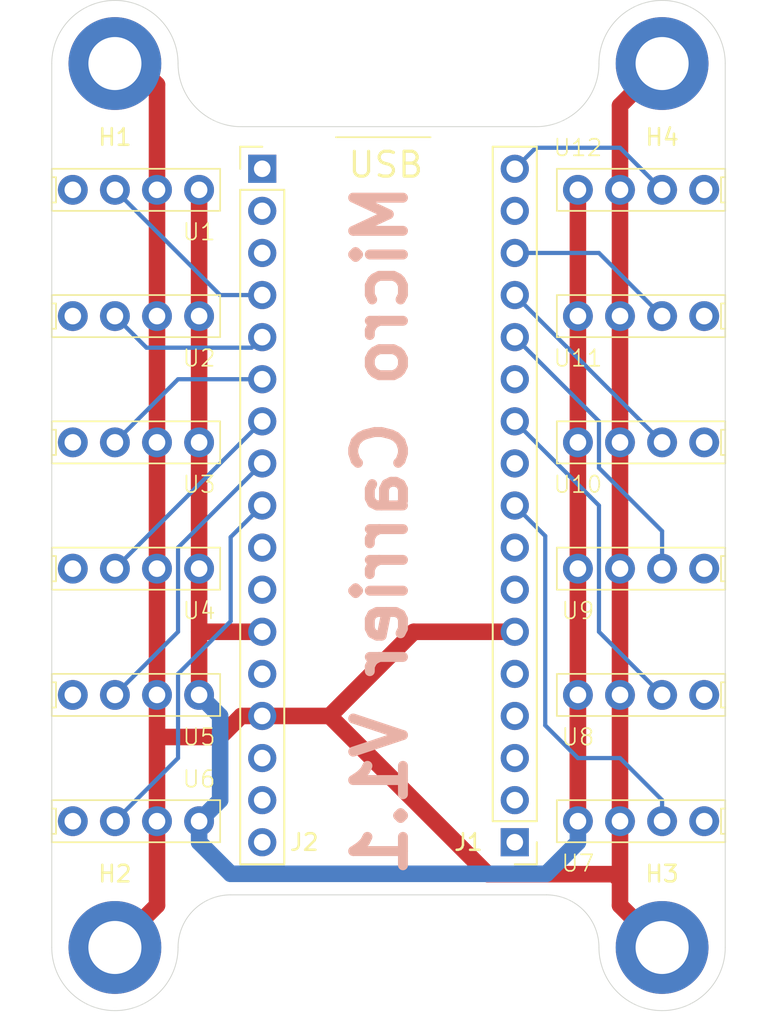
<source format=kicad_pcb>
(kicad_pcb (version 20240108) (generator "pcbnew") (generator_version "8.0")
  (layers (0 "F.Cu" signal) (31 "B.Cu" signal) (34 "B.Paste" user) (35 "F.Paste" user) (36 "B.SilkS" user "B.Silkscreen") (37 "F.SilkS" user "F.Silkscreen") (38 "B.Mask" user) (39 "F.Mask" user) (44 "Edge.Cuts" user))
  (net 0 "")
  (net 1 "/OUT7")
  (net 3 "/OUT12")
  (net 4 "/OUT8")
  (net 9 "/OUT11")
  (net 10 "/OUT9")
  (net 11 "GND")
  (net 16 "/OUT10")
  (net 18 "/OUT2")
  (net 20 "/OUT1")
  (net 21 "/OUT6")
  (net 23 "/OUT4")
  (net 28 "/OUT5")
  (net 31 "+5V")
  (net 32 "/OUT3")
  (footprint "User_Footprints:P4V-MINI" (layer "F.Cu") (at 153.67 100.33 180)
    (property "Reference" "U9" (at 7.620001 -2.54 0) (layer "F.SilkS") (effects (font (thickness 0.1))))
    (property "Value" "P4V-MINI")
    (fp_line (start 8.89 1.27) (end -1.27 1.27) (stroke (width 0.1)) (layer "F.SilkS"))
    (fp_line (start 8.89 -1.27) (end 8.89 1.27) (stroke (width 0.1)) (layer "F.SilkS"))
    (fp_line (start -1.016 0.762) (end -1.27 0.762) (stroke (width 0.1)) (layer "F.SilkS"))
    (fp_line (start -1.016 -0.762) (end -1.016 0.762) (stroke (width 0.1)) (layer "F.SilkS"))
    (fp_line (start -1.27 1.27) (end -1.27 -1.27) (stroke (width 0.1)) (layer "F.SilkS"))
    (fp_line (start -1.27 -0.762) (end -1.016 -0.762) (stroke (width 0.1)) (layer "F.SilkS"))
    (fp_line (start -1.27 -1.27) (end 8.89 -1.27) (stroke (width 0.1)) (layer "F.SilkS"))
    (pad "1" thru_hole circle (at 0 0 180) (size 1.8 1.8) (drill 1) (layers "*.Cu" "*.Mask"))
    (pad "2" thru_hole circle (at 2.54 0 180) (size 1.8 1.8) (drill 1) (layers "*.Cu" "*.Mask") (net 10 "/OUT9"))
    (pad "3" thru_hole circle (at 5.08 0 180) (size 1.8 1.8) (drill 1) (layers "*.Cu" "*.Mask") (net 11 "GND"))
    (pad "4" thru_hole circle (at 7.62 0 180) (size 1.8 1.8) (drill 1) (layers "*.Cu" "*.Mask") (net 31 "+5V"))
  )
  (footprint "User_Footprints:P4V-MINI" (layer "F.Cu") (at 115.57 115.57)
    (property "Reference" "U6" (at 7.62 -2.54 0) (layer "F.SilkS") (effects (font (thickness 0.1))))
    (property "Value" "P4V-MINI")
    (fp_line (start -1.27 -1.27) (end 8.89 -1.27) (stroke (width 0.1)) (layer "F.SilkS"))
    (fp_line (start -1.27 -0.762) (end -1.016 -0.762) (stroke (width 0.1)) (layer "F.SilkS"))
    (fp_line (start -1.27 1.27) (end -1.27 -1.27) (stroke (width 0.1)) (layer "F.SilkS"))
    (fp_line (start -1.016 -0.762) (end -1.016 0.762) (stroke (width 0.1)) (layer "F.SilkS"))
    (fp_line (start -1.016 0.762) (end -1.27 0.762) (stroke (width 0.1)) (layer "F.SilkS"))
    (fp_line (start 8.89 -1.27) (end 8.89 1.27) (stroke (width 0.1)) (layer "F.SilkS"))
    (fp_line (start 8.89 1.27) (end -1.27 1.27) (stroke (width 0.1)) (layer "F.SilkS"))
    (pad "1" thru_hole circle (at 0 0) (size 1.8 1.8) (drill 1) (layers "*.Cu" "*.Mask"))
    (pad "2" thru_hole circle (at 2.54 0) (size 1.8 1.8) (drill 1) (layers "*.Cu" "*.Mask") (net 21 "/OUT6"))
    (pad "3" thru_hole circle (at 5.08 0) (size 1.8 1.8) (drill 1) (layers "*.Cu" "*.Mask") (net 11 "GND"))
    (pad "4" thru_hole circle (at 7.62 0) (size 1.8 1.8) (drill 1) (layers "*.Cu" "*.Mask") (net 31 "+5V"))
  )
  (footprint "User_Footprints:P4V-MINI" (layer "F.Cu") (at 153.67 92.71 180)
    (property "Reference" "U10" (at 7.620001 -2.54 0) (layer "F.SilkS") (effects (font (thickness 0.1))))
    (property "Value" "P4V-MINI")
    (fp_line (start 8.89 1.27) (end -1.27 1.27) (stroke (width 0.1)) (layer "F.SilkS"))
    (fp_line (start 8.89 -1.27) (end 8.89 1.27) (stroke (width 0.1)) (layer "F.SilkS"))
    (fp_line (start -1.016 0.762) (end -1.27 0.762) (stroke (width 0.1)) (layer "F.SilkS"))
    (fp_line (start -1.016 -0.762) (end -1.016 0.762) (stroke (width 0.1)) (layer "F.SilkS"))
    (fp_line (start -1.27 1.27) (end -1.27 -1.27) (stroke (width 0.1)) (layer "F.SilkS"))
    (fp_line (start -1.27 -0.762) (end -1.016 -0.762) (stroke (width 0.1)) (layer "F.SilkS"))
    (fp_line (start -1.27 -1.27) (end 8.89 -1.27) (stroke (width 0.1)) (layer "F.SilkS"))
    (pad "1" thru_hole circle (at 0 0 180) (size 1.8 1.8) (drill 1) (layers "*.Cu" "*.Mask"))
    (pad "2" thru_hole circle (at 2.54 0 180) (size 1.8 1.8) (drill 1) (layers "*.Cu" "*.Mask") (net 16 "/OUT10"))
    (pad "3" thru_hole circle (at 5.08 0 180) (size 1.8 1.8) (drill 1) (layers "*.Cu" "*.Mask") (net 11 "GND"))
    (pad "4" thru_hole circle (at 7.62 0 180) (size 1.8 1.8) (drill 1) (layers "*.Cu" "*.Mask") (net 31 "+5V"))
  )
  (footprint "User_Footprints:P4V-MINI" (layer "F.Cu") (at 115.57 92.71)
    (property "Reference" "U3" (at 7.62 2.54 0) (layer "F.SilkS") (effects (font (thickness 0.1))))
    (property "Value" "P4V-MINI")
    (fp_line (start -1.27 -1.27) (end 8.89 -1.27) (stroke (width 0.1)) (layer "F.SilkS"))
    (fp_line (start -1.27 -0.762) (end -1.016 -0.762) (stroke (width 0.1)) (layer "F.SilkS"))
    (fp_line (start -1.27 1.27) (end -1.27 -1.27) (stroke (width 0.1)) (layer "F.SilkS"))
    (fp_line (start -1.016 -0.762) (end -1.016 0.762) (stroke (width 0.1)) (layer "F.SilkS"))
    (fp_line (start -1.016 0.762) (end -1.27 0.762) (stroke (width 0.1)) (layer "F.SilkS"))
    (fp_line (start 8.89 -1.27) (end 8.89 1.27) (stroke (width 0.1)) (layer "F.SilkS"))
    (fp_line (start 8.89 1.27) (end -1.27 1.27) (stroke (width 0.1)) (layer "F.SilkS"))
    (pad "1" thru_hole circle (at 0 0) (size 1.8 1.8) (drill 1) (layers "*.Cu" "*.Mask"))
    (pad "2" thru_hole circle (at 2.54 0) (size 1.8 1.8) (drill 1) (layers "*.Cu" "*.Mask") (net 32 "/OUT3"))
    (pad "3" thru_hole circle (at 5.08 0) (size 1.8 1.8) (drill 1) (layers "*.Cu" "*.Mask") (net 11 "GND"))
    (pad "4" thru_hole circle (at 7.62 0) (size 1.8 1.8) (drill 1) (layers "*.Cu" "*.Mask") (net 31 "+5V"))
  )
  (footprint "MountingHole:MountingHole_3.2mm_M3_DIN965_Pad" (layer "F.Cu") (at 151.13 123.19)
    (property "Reference" "H3" (at 0 -4.445 0) (layer "F.SilkS"))
    (property "Value" "MountingHole_Pad")
    (pad "1" thru_hole circle (at 0 0) (size 5.6 5.6) (drill 3.2) (layers "*.Cu" "*.Mask") (net 11 "GND"))
  )
  (footprint "User_Footprints:P4V-MINI" (layer "F.Cu") (at 153.67 77.47 180)
    (property "Reference" "U12" (at 7.62 2.54 0) (layer "F.SilkS") (effects (font (thickness 0.1))))
    (property "Value" "P4V-MINI")
    (fp_line (start 8.89 1.27) (end -1.27 1.27) (stroke (width 0.1)) (layer "F.SilkS"))
    (fp_line (start 8.89 -1.27) (end 8.89 1.27) (stroke (width 0.1)) (layer "F.SilkS"))
    (fp_line (start -1.016 0.762) (end -1.27 0.762) (stroke (width 0.1)) (layer "F.SilkS"))
    (fp_line (start -1.016 -0.762) (end -1.016 0.762) (stroke (width 0.1)) (layer "F.SilkS"))
    (fp_line (start -1.27 1.27) (end -1.27 -1.27) (stroke (width 0.1)) (layer "F.SilkS"))
    (fp_line (start -1.27 -0.762) (end -1.016 -0.762) (stroke (width 0.1)) (layer "F.SilkS"))
    (fp_line (start -1.27 -1.27) (end 8.89 -1.27) (stroke (width 0.1)) (layer "F.SilkS"))
    (pad "1" thru_hole circle (at 0 0 180) (size 1.8 1.8) (drill 1) (layers "*.Cu" "*.Mask"))
    (pad "2" thru_hole circle (at 2.54 0 180) (size 1.8 1.8) (drill 1) (layers "*.Cu" "*.Mask") (net 3 "/OUT12"))
    (pad "3" thru_hole circle (at 5.08 0 180) (size 1.8 1.8) (drill 1) (layers "*.Cu" "*.Mask") (net 11 "GND"))
    (pad "4" thru_hole circle (at 7.62 0 180) (size 1.8 1.8) (drill 1) (layers "*.Cu" "*.Mask") (net 31 "+5V"))
  )
  (footprint "Connector_PinHeader_2.54mm:PinHeader_1x17_P2.54mm_Vertical" (layer "F.Cu") (at 127 76.2)
    (property "Reference" "J2" (at 2.54 40.64 0) (layer "F.SilkS"))
    (property "Value" "Conn_01x17")
    (fp_line (start -1.33 -1.33) (end 0 -1.33) (stroke (width 0.12)) (layer "F.SilkS"))
    (fp_line (start -1.33 0) (end -1.33 -1.33) (stroke (width 0.12)) (layer "F.SilkS"))
    (fp_line (start -1.33 1.27) (end -1.33 41.97) (stroke (width 0.12)) (layer "F.SilkS"))
    (fp_line (start -1.33 1.27) (end 1.33 1.27) (stroke (width 0.12)) (layer "F.SilkS"))
    (fp_line (start -1.33 41.97) (end 1.33 41.97) (stroke (width 0.12)) (layer "F.SilkS"))
    (fp_line (start 1.33 1.27) (end 1.33 41.97) (stroke (width 0.12)) (layer "F.SilkS"))
    (pad "1" thru_hole rect (at 0 0) (size 1.7 1.7) (drill 1) (layers "*.Cu" "*.Mask"))
    (pad "2" thru_hole oval (at 0 2.54) (size 1.7 1.7) (drill 1) (layers "*.Cu" "*.Mask"))
    (pad "3" thru_hole oval (at 0 5.08) (size 1.7 1.7) (drill 1) (layers "*.Cu" "*.Mask"))
    (pad "4" thru_hole oval (at 0 7.62) (size 1.7 1.7) (drill 1) (layers "*.Cu" "*.Mask") (net 20 "/OUT1"))
    (pad "5" thru_hole oval (at 0 10.16) (size 1.7 1.7) (drill 1) (layers "*.Cu" "*.Mask") (net 18 "/OUT2"))
    (pad "6" thru_hole oval (at 0 12.7) (size 1.7 1.7) (drill 1) (layers "*.Cu" "*.Mask") (net 32 "/OUT3"))
    (pad "7" thru_hole oval (at 0 15.24) (size 1.7 1.7) (drill 1) (layers "*.Cu" "*.Mask") (net 23 "/OUT4"))
    (pad "8" thru_hole oval (at 0 17.78) (size 1.7 1.7) (drill 1) (layers "*.Cu" "*.Mask") (net 28 "/OUT5"))
    (pad "9" thru_hole oval (at 0 20.32) (size 1.7 1.7) (drill 1) (layers "*.Cu" "*.Mask") (net 21 "/OUT6"))
    (pad "10" thru_hole oval (at 0 22.86) (size 1.7 1.7) (drill 1) (layers "*.Cu" "*.Mask"))
    (pad "11" thru_hole oval (at 0 25.4) (size 1.7 1.7) (drill 1) (layers "*.Cu" "*.Mask"))
    (pad "12" thru_hole oval (at 0 27.94) (size 1.7 1.7) (drill 1) (layers "*.Cu" "*.Mask") (net 31 "+5V"))
    (pad "13" thru_hole oval (at 0 30.48) (size 1.7 1.7) (drill 1) (layers "*.Cu" "*.Mask"))
    (pad "14" thru_hole oval (at 0 33.02) (size 1.7 1.7) (drill 1) (layers "*.Cu" "*.Mask") (net 11 "GND"))
    (pad "15" thru_hole oval (at 0 35.56) (size 1.7 1.7) (drill 1) (layers "*.Cu" "*.Mask"))
    (pad "16" thru_hole oval (at 0 38.1) (size 1.7 1.7) (drill 1) (layers "*.Cu" "*.Mask"))
    (pad "17" thru_hole oval (at 0 40.64) (size 1.7 1.7) (drill 1) (layers "*.Cu" "*.Mask"))
  )
  (footprint "User_Footprints:P4V-MINI" (layer "F.Cu") (at 153.67 85.09 180)
    (property "Reference" "U11" (at 7.620001 -2.54 0) (layer "F.SilkS") (effects (font (thickness 0.1))))
    (property "Value" "P4V-MINI")
    (fp_line (start 8.89 1.27) (end -1.27 1.27) (stroke (width 0.1)) (layer "F.SilkS"))
    (fp_line (start 8.89 -1.27) (end 8.89 1.27) (stroke (width 0.1)) (layer "F.SilkS"))
    (fp_line (start -1.016 0.762) (end -1.27 0.762) (stroke (width 0.1)) (layer "F.SilkS"))
    (fp_line (start -1.016 -0.762) (end -1.016 0.762) (stroke (width 0.1)) (layer "F.SilkS"))
    (fp_line (start -1.27 1.27) (end -1.27 -1.27) (stroke (width 0.1)) (layer "F.SilkS"))
    (fp_line (start -1.27 -0.762) (end -1.016 -0.762) (stroke (width 0.1)) (layer "F.SilkS"))
    (fp_line (start -1.27 -1.27) (end 8.89 -1.27) (stroke (width 0.1)) (layer "F.SilkS"))
    (pad "1" thru_hole circle (at 0 0 180) (size 1.8 1.8) (drill 1) (layers "*.Cu" "*.Mask"))
    (pad "2" thru_hole circle (at 2.54 0 180) (size 1.8 1.8) (drill 1) (layers "*.Cu" "*.Mask") (net 9 "/OUT11"))
    (pad "3" thru_hole circle (at 5.08 0 180) (size 1.8 1.8) (drill 1) (layers "*.Cu" "*.Mask") (net 11 "GND"))
    (pad "4" thru_hole circle (at 7.62 0 180) (size 1.8 1.8) (drill 1) (layers "*.Cu" "*.Mask") (net 31 "+5V"))
  )
  (footprint "User_Footprints:P4V-MINI" (layer "F.Cu") (at 115.57 77.47)
    (property "Reference" "U1" (at 7.62 2.54 0) (layer "F.SilkS") (effects (font (thickness 0.1))))
    (property "Value" "P4V-MINI")
    (fp_line (start -1.27 -1.27) (end 8.89 -1.27) (stroke (width 0.1)) (layer "F.SilkS"))
    (fp_line (start -1.27 -0.762) (end -1.016 -0.762) (stroke (width 0.1)) (layer "F.SilkS"))
    (fp_line (start -1.27 1.27) (end -1.27 -1.27) (stroke (width 0.1)) (layer "F.SilkS"))
    (fp_line (start -1.016 -0.762) (end -1.016 0.762) (stroke (width 0.1)) (layer "F.SilkS"))
    (fp_line (start -1.016 0.762) (end -1.27 0.762) (stroke (width 0.1)) (layer "F.SilkS"))
    (fp_line (start 8.89 -1.27) (end 8.89 1.27) (stroke (width 0.1)) (layer "F.SilkS"))
    (fp_line (start 8.89 1.27) (end -1.27 1.27) (stroke (width 0.1)) (layer "F.SilkS"))
    (pad "1" thru_hole circle (at 0 0) (size 1.8 1.8) (drill 1) (layers "*.Cu" "*.Mask"))
    (pad "2" thru_hole circle (at 2.54 0) (size 1.8 1.8) (drill 1) (layers "*.Cu" "*.Mask") (net 20 "/OUT1"))
    (pad "3" thru_hole circle (at 5.08 0) (size 1.8 1.8) (drill 1) (layers "*.Cu" "*.Mask") (net 11 "GND"))
    (pad "4" thru_hole circle (at 7.62 0) (size 1.8 1.8) (drill 1) (layers "*.Cu" "*.Mask") (net 31 "+5V"))
  )
  (footprint "Connector_PinHeader_2.54mm:PinHeader_1x17_P2.54mm_Vertical" (layer "F.Cu") (at 142.24 116.84 180)
    (property "Reference" "J1" (at 2.794 0 180) (layer "F.SilkS"))
    (property "Value" "Conn_01x17")
    (fp_line (start 1.33 1.27) (end 1.33 41.97) (stroke (width 0.12)) (layer "F.SilkS"))
    (fp_line (start -1.33 41.97) (end 1.33 41.97) (stroke (width 0.12)) (layer "F.SilkS"))
    (fp_line (start -1.33 1.27) (end 1.33 1.27) (stroke (width 0.12)) (layer "F.SilkS"))
    (fp_line (start -1.33 1.27) (end -1.33 41.97) (stroke (width 0.12)) (layer "F.SilkS"))
    (fp_line (start -1.33 0) (end -1.33 -1.33) (stroke (width 0.12)) (layer "F.SilkS"))
    (fp_line (start -1.33 -1.33) (end 0 -1.33) (stroke (width 0.12)) (layer "F.SilkS"))
    (pad "1" thru_hole rect (at 0 0 180) (size 1.7 1.7) (drill 1) (layers "*.Cu" "*.Mask"))
    (pad "2" thru_hole oval (at 0 2.54 180) (size 1.7 1.7) (drill 1) (layers "*.Cu" "*.Mask"))
    (pad "3" thru_hole oval (at 0 5.08 180) (size 1.7 1.7) (drill 1) (layers "*.Cu" "*.Mask"))
    (pad "4" thru_hole oval (at 0 7.62 180) (size 1.7 1.7) (drill 1) (layers "*.Cu" "*.Mask"))
    (pad "5" thru_hole oval (at 0 10.16 180) (size 1.7 1.7) (drill 1) (layers "*.Cu" "*.Mask"))
    (pad "6" thru_hole oval (at 0 12.7 180) (size 1.7 1.7) (drill 1) (layers "*.Cu" "*.Mask") (net 11 "GND"))
    (pad "7" thru_hole oval (at 0 15.24 180) (size 1.7 1.7) (drill 1) (layers "*.Cu" "*.Mask"))
    (pad "8" thru_hole oval (at 0 17.78 180) (size 1.7 1.7) (drill 1) (layers "*.Cu" "*.Mask"))
    (pad "9" thru_hole oval (at 0 20.32 180) (size 1.7 1.7) (drill 1) (layers "*.Cu" "*.Mask") (net 1 "/OUT7"))
    (pad "10" thru_hole oval (at 0 22.86 180) (size 1.7 1.7) (drill 1) (layers "*.Cu" "*.Mask"))
    (pad "11" thru_hole oval (at 0 25.4 180) (size 1.7 1.7) (drill 1) (layers "*.Cu" "*.Mask") (net 4 "/OUT8"))
    (pad "12" thru_hole oval (at 0 27.94 180) (size 1.7 1.7) (drill 1) (layers "*.Cu" "*.Mask"))
    (pad "13" thru_hole oval (at 0 30.48 180) (size 1.7 1.7) (drill 1) (layers "*.Cu" "*.Mask") (net 10 "/OUT9"))
    (pad "14" thru_hole oval (at 0 33.02 180) (size 1.7 1.7) (drill 1) (layers "*.Cu" "*.Mask") (net 16 "/OUT10"))
    (pad "15" thru_hole oval (at 0 35.56 180) (size 1.7 1.7) (drill 1) (layers "*.Cu" "*.Mask") (net 9 "/OUT11"))
    (pad "16" thru_hole oval (at 0 38.1 180) (size 1.7 1.7) (drill 1) (layers "*.Cu" "*.Mask"))
    (pad "17" thru_hole oval (at 0 40.64 180) (size 1.7 1.7) (drill 1) (layers "*.Cu" "*.Mask") (net 3 "/OUT12"))
  )
  (footprint "User_Footprints:P4V-MINI" (layer "F.Cu") (at 153.67 115.57 180)
    (property "Reference" "U7" (at 7.62 -2.54 0) (layer "F.SilkS") (effects (font (thickness 0.1))))
    (property "Value" "P4V-MINI")
    (fp_line (start 8.89 1.27) (end -1.27 1.27) (stroke (width 0.1)) (layer "F.SilkS"))
    (fp_line (start 8.89 -1.27) (end 8.89 1.27) (stroke (width 0.1)) (layer "F.SilkS"))
    (fp_line (start -1.016 0.762) (end -1.27 0.762) (stroke (width 0.1)) (layer "F.SilkS"))
    (fp_line (start -1.016 -0.762) (end -1.016 0.762) (stroke (width 0.1)) (layer "F.SilkS"))
    (fp_line (start -1.27 1.27) (end -1.27 -1.27) (stroke (width 0.1)) (layer "F.SilkS"))
    (fp_line (start -1.27 -0.762) (end -1.016 -0.762) (stroke (width 0.1)) (layer "F.SilkS"))
    (fp_line (start -1.27 -1.27) (end 8.89 -1.27) (stroke (width 0.1)) (layer "F.SilkS"))
    (pad "1" thru_hole circle (at 0 0 180) (size 1.8 1.8) (drill 1) (layers "*.Cu" "*.Mask"))
    (pad "2" thru_hole circle (at 2.54 0 180) (size 1.8 1.8) (drill 1) (layers "*.Cu" "*.Mask") (net 1 "/OUT7"))
    (pad "3" thru_hole circle (at 5.08 0 180) (size 1.8 1.8) (drill 1) (layers "*.Cu" "*.Mask") (net 11 "GND"))
    (pad "4" thru_hole circle (at 7.62 0 180) (size 1.8 1.8) (drill 1) (layers "*.Cu" "*.Mask") (net 31 "+5V"))
  )
  (footprint "User_Footprints:P4V-MINI" (layer "F.Cu") (at 115.57 100.33)
    (property "Reference" "U4" (at 7.62 2.54 0) (layer "F.SilkS") (effects (font (thickness 0.1))))
    (property "Value" "P4V-MINI")
    (fp_line (start -1.27 -1.27) (end 8.89 -1.27) (stroke (width 0.1)) (layer "F.SilkS"))
    (fp_line (start -1.27 -0.762) (end -1.016 -0.762) (stroke (width 0.1)) (layer "F.SilkS"))
    (fp_line (start -1.27 1.27) (end -1.27 -1.27) (stroke (width 0.1)) (layer "F.SilkS"))
    (fp_line (start -1.016 -0.762) (end -1.016 0.762) (stroke (width 0.1)) (layer "F.SilkS"))
    (fp_line (start -1.016 0.762) (end -1.27 0.762) (stroke (width 0.1)) (layer "F.SilkS"))
    (fp_line (start 8.89 -1.27) (end 8.89 1.27) (stroke (width 0.1)) (layer "F.SilkS"))
    (fp_line (start 8.89 1.27) (end -1.27 1.27) (stroke (width 0.1)) (layer "F.SilkS"))
    (pad "1" thru_hole circle (at 0 0) (size 1.8 1.8) (drill 1) (layers "*.Cu" "*.Mask"))
    (pad "2" thru_hole circle (at 2.54 0) (size 1.8 1.8) (drill 1) (layers "*.Cu" "*.Mask") (net 23 "/OUT4"))
    (pad "3" thru_hole circle (at 5.08 0) (size 1.8 1.8) (drill 1) (layers "*.Cu" "*.Mask") (net 11 "GND"))
    (pad "4" thru_hole circle (at 7.62 0) (size 1.8 1.8) (drill 1) (layers "*.Cu" "*.Mask") (net 31 "+5V"))
  )
  (footprint "MountingHole:MountingHole_3.2mm_M3_DIN965_Pad" (layer "F.Cu") (at 151.13 69.85)
    (property "Reference" "H4" (at 0 4.445 0) (layer "F.SilkS"))
    (property "Value" "MountingHole_Pad")
    (pad "1" thru_hole circle (at 0 0) (size 5.6 5.6) (drill 3.2) (layers "*.Cu" "*.Mask") (net 11 "GND"))
  )
  (footprint "User_Footprints:P4V-MINI" (layer "F.Cu") (at 115.57 107.95)
    (property "Reference" "U5" (at 7.62 2.54 0) (layer "F.SilkS") (effects (font (thickness 0.1))))
    (property "Value" "P4V-MINI")
    (fp_line (start -1.27 -1.27) (end 8.89 -1.27) (stroke (width 0.1)) (layer "F.SilkS"))
    (fp_line (start -1.27 -0.762) (end -1.016 -0.762) (stroke (width 0.1)) (layer "F.SilkS"))
    (fp_line (start -1.27 1.27) (end -1.27 -1.27) (stroke (width 0.1)) (layer "F.SilkS"))
    (fp_line (start -1.016 -0.762) (end -1.016 0.762) (stroke (width 0.1)) (layer "F.SilkS"))
    (fp_line (start -1.016 0.762) (end -1.27 0.762) (stroke (width 0.1)) (layer "F.SilkS"))
    (fp_line (start 8.89 -1.27) (end 8.89 1.27) (stroke (width 0.1)) (layer "F.SilkS"))
    (fp_line (start 8.89 1.27) (end -1.27 1.27) (stroke (width 0.1)) (layer "F.SilkS"))
    (pad "1" thru_hole circle (at 0 0) (size 1.8 1.8) (drill 1) (layers "*.Cu" "*.Mask"))
    (pad "2" thru_hole circle (at 2.54 0) (size 1.8 1.8) (drill 1) (layers "*.Cu" "*.Mask") (net 28 "/OUT5"))
    (pad "3" thru_hole circle (at 5.08 0) (size 1.8 1.8) (drill 1) (layers "*.Cu" "*.Mask") (net 11 "GND"))
    (pad "4" thru_hole circle (at 7.62 0) (size 1.8 1.8) (drill 1) (layers "*.Cu" "*.Mask") (net 31 "+5V"))
  )
  (footprint "MountingHole:MountingHole_3.2mm_M3_DIN965_Pad" (layer "F.Cu") (at 118.11 69.85)
    (property "Reference" "H1" (at 0 4.445 0) (layer "F.SilkS"))
    (property "Value" "MountingHole_Pad")
    (pad "1" thru_hole circle (at 0 0) (size 5.6 5.6) (drill 3.2) (layers "*.Cu" "*.Mask") (net 11 "GND"))
  )
  (footprint "User_Footprints:P4V-MINI" (layer "F.Cu") (at 153.67 107.95 180)
    (property "Reference" "U8" (at 7.620001 -2.54 0) (layer "F.SilkS") (effects (font (thickness 0.1))))
    (property "Value" "P4V-MINI")
    (fp_line (start 8.89 1.27) (end -1.27 1.27) (stroke (width 0.1)) (layer "F.SilkS"))
    (fp_line (start 8.89 -1.27) (end 8.89 1.27) (stroke (width 0.1)) (layer "F.SilkS"))
    (fp_line (start -1.016 0.762) (end -1.27 0.762) (stroke (width 0.1)) (layer "F.SilkS"))
    (fp_line (start -1.016 -0.762) (end -1.016 0.762) (stroke (width 0.1)) (layer "F.SilkS"))
    (fp_line (start -1.27 1.27) (end -1.27 -1.27) (stroke (width 0.1)) (layer "F.SilkS"))
    (fp_line (start -1.27 -0.762) (end -1.016 -0.762) (stroke (width 0.1)) (layer "F.SilkS"))
    (fp_line (start -1.27 -1.27) (end 8.89 -1.27) (stroke (width 0.1)) (layer "F.SilkS"))
    (pad "1" thru_hole circle (at 0 0 180) (size 1.8 1.8) (drill 1) (layers "*.Cu" "*.Mask"))
    (pad "2" thru_hole circle (at 2.54 0 180) (size 1.8 1.8) (drill 1) (layers "*.Cu" "*.Mask") (net 4 "/OUT8"))
    (pad "3" thru_hole circle (at 5.08 0 180) (size 1.8 1.8) (drill 1) (layers "*.Cu" "*.Mask") (net 11 "GND"))
    (pad "4" thru_hole circle (at 7.62 0 180) (size 1.8 1.8) (drill 1) (layers "*.Cu" "*.Mask") (net 31 "+5V"))
  )
  (footprint "MountingHole:MountingHole_3.2mm_M3_DIN965_Pad" (layer "F.Cu") (at 118.11 123.19)
    (property "Reference" "H2" (at 0 -4.445 0) (layer "F.SilkS"))
    (property "Value" "MountingHole_Pad")
    (pad "1" thru_hole circle (at 0 0) (size 5.6 5.6) (drill 3.2) (layers "*.Cu" "*.Mask") (net 11 "GND"))
  )
  (footprint "User_Footprints:P4V-MINI" (layer "F.Cu") (at 115.57 85.09)
    (property "Reference" "U2" (at 7.62 2.54 0) (layer "F.SilkS") (effects (font (thickness 0.1))))
    (property "Value" "P4V-MINI")
    (fp_line (start -1.27 -1.27) (end 8.89 -1.27) (stroke (width 0.1)) (layer "F.SilkS"))
    (fp_line (start -1.27 -0.762) (end -1.016 -0.762) (stroke (width 0.1)) (layer "F.SilkS"))
    (fp_line (start -1.27 1.27) (end -1.27 -1.27) (stroke (width 0.1)) (layer "F.SilkS"))
    (fp_line (start -1.016 -0.762) (end -1.016 0.762) (stroke (width 0.1)) (layer "F.SilkS"))
    (fp_line (start -1.016 0.762) (end -1.27 0.762) (stroke (width 0.1)) (layer "F.SilkS"))
    (fp_line (start 8.89 -1.27) (end 8.89 1.27) (stroke (width 0.1)) (layer "F.SilkS"))
    (fp_line (start 8.89 1.27) (end -1.27 1.27) (stroke (width 0.1)) (layer "F.SilkS"))
    (pad "1" thru_hole circle (at 0 0) (size 1.8 1.8) (drill 1) (layers "*.Cu" "*.Mask"))
    (pad "2" thru_hole circle (at 2.54 0) (size 1.8 1.8) (drill 1) (layers "*.Cu" "*.Mask") (net 18 "/OUT2"))
    (pad "3" thru_hole circle (at 5.08 0) (size 1.8 1.8) (drill 1) (layers "*.Cu" "*.Mask") (net 11 "GND"))
    (pad "4" thru_hole circle (at 7.62 0) (size 1.8 1.8) (drill 1) (layers "*.Cu" "*.Mask") (net 31 "+5V"))
  )
  (gr_line (start 131.445 74.295) (end 137.16 74.295) (stroke (width 0.1)) (layer "F.SilkS"))
  (gr_arc (start 125.73 73.66) (mid 123.035924 72.544078) (end 121.92 69.850002) (stroke (width 0.05)) (layer "Edge.Cuts"))
  (gr_arc (start 121.92 123.19) (mid 122.849936 120.944936) (end 125.095 120.015) (stroke (width 0.05)) (layer "Edge.Cuts"))
  (gr_line (start 114.3 69.85) (end 114.3 123.19) (stroke (width 0.05)) (layer "Edge.Cuts"))
  (gr_arc (start 147.320002 69.850002) (mid 146.204078 72.544078) (end 143.510002 73.660002) (stroke (width 0.05)) (layer "Edge.Cuts"))
  (gr_line (start 144.144999 120.015001) (end 125.095 120.015) (stroke (width 0.05)) (layer "Edge.Cuts"))
  (gr_arc (start 147.319999 69.85) (mid 151.13 66.039999) (end 154.940001 69.85) (stroke (width 0.05)) (layer "Edge.Cuts"))
  (gr_arc (start 144.144999 120.015001) (mid 146.390063 120.944937) (end 147.319999 123.190001) (stroke (width 0.05)) (layer "Edge.Cuts"))
  (gr_arc (start 114.3 69.85) (mid 118.11 66.04) (end 121.92 69.85) (stroke (width 0.05)) (layer "Edge.Cuts"))
  (gr_line (start 143.510002 73.660002) (end 125.73 73.66) (stroke (width 0.05)) (layer "Edge.Cuts"))
  (gr_line (start 154.940001 123.19) (end 154.940001 69.85) (stroke (width 0.05)) (layer "Edge.Cuts"))
  (gr_arc (start 121.92 123.19) (mid 118.11 127) (end 114.3 123.19) (stroke (width 0.05)) (layer "Edge.Cuts"))
  (gr_arc (start 154.940001 123.19) (mid 151.13 127.000001) (end 147.319999 123.19) (stroke (width 0.05)) (layer "Edge.Cuts"))
  (gr_text "Micro Carrier V1.1" (at 135.89 76.835 90) (layer "B.SilkS") (effects (font (size 3 3) (thickness 0.6) (bold yes)) (justify left bottom mirror)))
  (gr_text "USB" (at 132.08 76.835 0) (layer "F.SilkS") (effects (font (size 1.5 1.5) (thickness 0.1875)) (justify left bottom)))
  (segment (start 144.078251 109.788251) (end 146.05 111.76) (width 0.254) (layer "B.Cu") (net 1))
  (segment (start 142.24 96.52) (end 144.078251 98.358251) (width 0.254) (layer "B.Cu") (net 1))
  (segment (start 144.078251 98.358251) (end 144.078251 109.788251) (width 0.254) (layer "B.Cu") (net 1))
  (segment (start 151.13 114.3) (end 151.13 115.57) (width 0.254) (layer "B.Cu") (net 1))
  (segment (start 146.05 111.76) (end 148.59 111.76) (width 0.254) (layer "B.Cu") (net 1))
  (segment (start 148.59 111.76) (end 151.13 114.3) (width 0.254) (layer "B.Cu") (net 1))
  (segment (start 143.51 74.93) (end 148.59 74.93) (width 0.254) (layer "B.Cu") (net 3))
  (segment (start 142.24 76.2) (end 143.51 74.93) (width 0.254) (layer "B.Cu") (net 3))
  (segment (start 148.59 74.93) (end 151.13 77.47) (width 0.254) (layer "B.Cu") (net 3))
  (segment (start 147.32 96.52) (end 142.24 91.44) (width 0.254) (layer "B.Cu") (net 4))
  (segment (start 147.32 104.14) (end 147.32 96.52) (width 0.254) (layer "B.Cu") (net 4))
  (segment (start 151.13 107.95) (end 147.32 104.14) (width 0.254) (layer "B.Cu") (net 4))
  (segment (start 147.32 81.28) (end 151.13 85.09) (width 0.254) (layer "B.Cu") (net 9))
  (segment (start 142.24 81.28) (end 147.32 81.28) (width 0.254) (layer "B.Cu") (net 9))
  (segment (start 147.32 91.44) (end 142.24 86.36) (width 0.254) (layer "B.Cu") (net 10))
  (segment (start 151.13 100.33) (end 151.13 98.065039) (width 0.254) (layer "B.Cu") (net 10))
  (segment (start 151.13 98.065039) (end 147.32 94.255039) (width 0.254) (layer "B.Cu") (net 10))
  (segment (start 147.32 94.255039) (end 147.32 91.44) (width 0.254) (layer "B.Cu") (net 10))
  (segment (start 127 109.22) (end 125.73 109.22) (width 1) (layer "F.Cu") (net 11))
  (segment (start 148.59 77.47) (end 148.59 72.39) (width 1) (layer "F.Cu") (net 11))
  (segment (start 148.590001 85.090002) (end 148.589999 85.09) (width 1) (layer "F.Cu") (net 11))
  (segment (start 142.24 104.14) (end 136.144 104.14) (width 1) (layer "F.Cu") (net 11))
  (segment (start 120.65 92.71) (end 120.65 99.06) (width 1) (layer "F.Cu") (net 11))
  (segment (start 140.610021 118.766021) (end 148.230021 118.766021) (width 1) (layer "F.Cu") (net 11))
  (segment (start 148.59 100.33) (end 148.59 92.710001) (width 1) (layer "F.Cu") (net 11))
  (segment (start 136.144 104.14) (end 131.064 109.22) (width 1) (layer "F.Cu") (net 11))
  (segment (start 120.65 120.65) (end 118.11 123.19) (width 1) (layer "F.Cu") (net 11))
  (segment (start 127 109.22) (end 131.064 109.22) (width 1) (layer "F.Cu") (net 11))
  (segment (start 148.59 72.39) (end 151.13 69.85) (width 1) (layer "F.Cu") (net 11))
  (segment (start 120.65 92.71) (end 120.65 85.09) (width 1) (layer "F.Cu") (net 11))
  (segment (start 120.65 110.49) (end 120.65 115.57) (width 1) (layer "F.Cu") (net 11))
  (segment (start 148.589999 77.470001) (end 148.59 77.47) (width 1) (layer "F.Cu") (net 11))
  (segment (start 120.65 107.95) (end 120.65 110.49) (width 1) (layer "F.Cu") (net 11))
  (segment (start 148.59 107.95) (end 148.59 100.33) (width 1) (layer "F.Cu") (net 11))
  (segment (start 131.064 109.22) (end 140.610021 118.766021) (width 1) (layer "F.Cu") (net 11))
  (segment (start 120.65 99.06) (end 120.65 100.33) (width 1) (layer "F.Cu") (net 11))
  (segment (start 148.59 115.57) (end 148.59 107.95) (width 1) (layer "F.Cu") (net 11))
  (segment (start 151.13 123.19) (end 148.59 120.65) (width 1) (layer "F.Cu") (net 11))
  (segment (start 120.65 77.47) (end 120.65 85.09) (width 1) (layer "F.Cu") (net 11))
  (segment (start 148.589999 85.09) (end 148.589999 77.470001) (width 1) (layer "F.Cu") (net 11))
  (segment (start 120.65 77.47) (end 120.65 71.12) (width 1) (layer "F.Cu") (net 11))
  (segment (start 120.65 71.12) (end 119.38 69.85) (width 1) (layer "F.Cu") (net 11))
  (segment (start 148.590001 92.71) (end 148.590001 85.090002) (width 1) (layer "F.Cu") (net 11))
  (segment (start 148.59 92.710001) (end 148.590001 92.71) (width 1) (layer "F.Cu") (net 11))
  (segment (start 124.46 110.49) (end 120.65 110.49) (width 1) (layer "F.Cu") (net 11))
  (segment (start 148.59 119.126) (end 148.59 115.57) (width 1) (layer "F.Cu") (net 11))
  (segment (start 148.230021 118.766021) (end 148.59 119.126) (width 1) (layer "F.Cu") (net 11))
  (segment (start 120.65 99.06) (end 120.65 107.95) (width 1) (layer "F.Cu") (net 11))
  (segment (start 125.73 109.22) (end 124.46 110.49) (width 1) (layer "F.Cu") (net 11))
  (segment (start 148.59 120.65) (end 148.59 119.126) (width 1) (layer "F.Cu") (net 11))
  (segment (start 120.65 115.57) (end 120.65 120.65) (width 1) (layer "F.Cu") (net 11))
  (segment (start 142.24 83.82) (end 151.13 92.71) (width 0.254) (layer "B.Cu") (net 16))
  (segment (start 120.015 86.995) (end 126.365 86.995) (width 0.254) (layer "B.Cu") (net 18))
  (segment (start 118.11 85.09) (end 120.015 86.995) (width 0.254) (layer "B.Cu") (net 18))
  (segment (start 126.365 86.995) (end 127 86.36) (width 0.254) (layer "B.Cu") (net 18))
  (segment (start 124.46 83.82) (end 127 83.82) (width 0.254) (layer "B.Cu") (net 20))
  (segment (start 118.11 77.47) (end 124.46 83.82) (width 0.254) (layer "B.Cu") (net 20))
  (segment (start 118.11 115.57) (end 121.92 111.76) (width 0.254) (layer "B.Cu") (net 21))
  (segment (start 121.92 106.68) (end 125.095 103.505) (width 0.254) (layer "B.Cu") (net 21))
  (segment (start 125.095 103.505) (end 125.095 98.425) (width 0.254) (layer "B.Cu") (net 21))
  (segment (start 125.095 98.425) (end 127 96.52) (width 0.254) (layer "B.Cu") (net 21))
  (segment (start 121.92 111.76) (end 121.92 106.68) (width 0.254) (layer "B.Cu") (net 21))
  (segment (start 127 91.44) (end 118.11 100.33) (width 0.254) (layer "B.Cu") (net 23))
  (segment (start 127 93.98) (end 121.92 99.06) (width 0.254) (layer "B.Cu") (net 28))
  (segment (start 121.92 99.06) (end 121.92 104.14) (width 0.254) (layer "B.Cu") (net 28))
  (segment (start 121.92 104.14) (end 118.11 107.95) (width 0.254) (layer "B.Cu") (net 28))
  (segment (start 146.050001 92.71) (end 146.050001 85.090002) (width 1) (layer "F.Cu") (net 31))
  (segment (start 146.05 77.47) (end 146.05 85.089999) (width 1) (layer "F.Cu") (net 31))
  (segment (start 123.19 85.09) (end 123.19 77.47) (width 1) (layer "F.Cu") (net 31))
  (segment (start 123.19 104.14) (end 123.19 100.33) (width 1) (layer "F.Cu") (net 31))
  (segment (start 146.050001 85.090002) (end 146.049999 85.09) (width 1) (layer "F.Cu") (net 31))
  (segment (start 123.19 100.33) (end 123.19 92.71) (width 1) (layer "F.Cu") (net 31))
  (segment (start 146.050001 115.57) (end 146.050001 100.33) (width 1) (layer "F.Cu") (net 31))
  (segment (start 123.19 92.71) (end 123.19 85.09) (width 1) (layer "F.Cu") (net 31))
  (segment (start 123.19 107.95) (end 123.19 104.14) (width 1) (layer "F.Cu") (net 31))
  (segment (start 146.050001 92.71) (end 146.050001 100.33) (width 1) (layer "F.Cu") (net 31))
  (segment (start 127 104.14) (end 123.19 104.14) (width 1) (layer "F.Cu") (net 31))
  (segment (start 146.050001 115.57) (end 146.050001 107.95) (width 1) (layer "F.Cu") (net 31))
  (segment (start 146.05 85.089999) (end 146.050001 85.09) (width 1) (layer "F.Cu") (net 31))
  (segment (start 123.19 115.57) (end 123.19 116.84) (width 1) (layer "B.Cu") (net 31))
  (segment (start 124.46 114.3) (end 124.46 109.22) (width 1) (layer "B.Cu") (net 31))
  (segment (start 144.145 118.745) (end 146.050001 116.839999) (width 1) (layer "B.Cu") (net 31))
  (segment (start 123.19 116.84) (end 125.095 118.745) (width 1) (layer "B.Cu") (net 31))
  (segment (start 124.46 109.22) (end 123.19 107.95) (width 1) (layer "B.Cu") (net 31))
  (segment (start 123.19 115.57) (end 124.46 114.3) (width 1) (layer "B.Cu") (net 31))
  (segment (start 125.095 118.745) (end 144.145 118.745) (width 1) (layer "B.Cu") (net 31))
  (segment (start 146.050001 116.839999) (end 146.050001 115.57) (width 1) (layer "B.Cu") (net 31))
  (segment (start 121.92 88.9) (end 118.11 92.71) (width 0.254) (layer "B.Cu") (net 32))
  (segment (start 127 88.9) (end 121.92 88.9) (width 0.254) (layer "B.Cu") (net 32))
)
</source>
